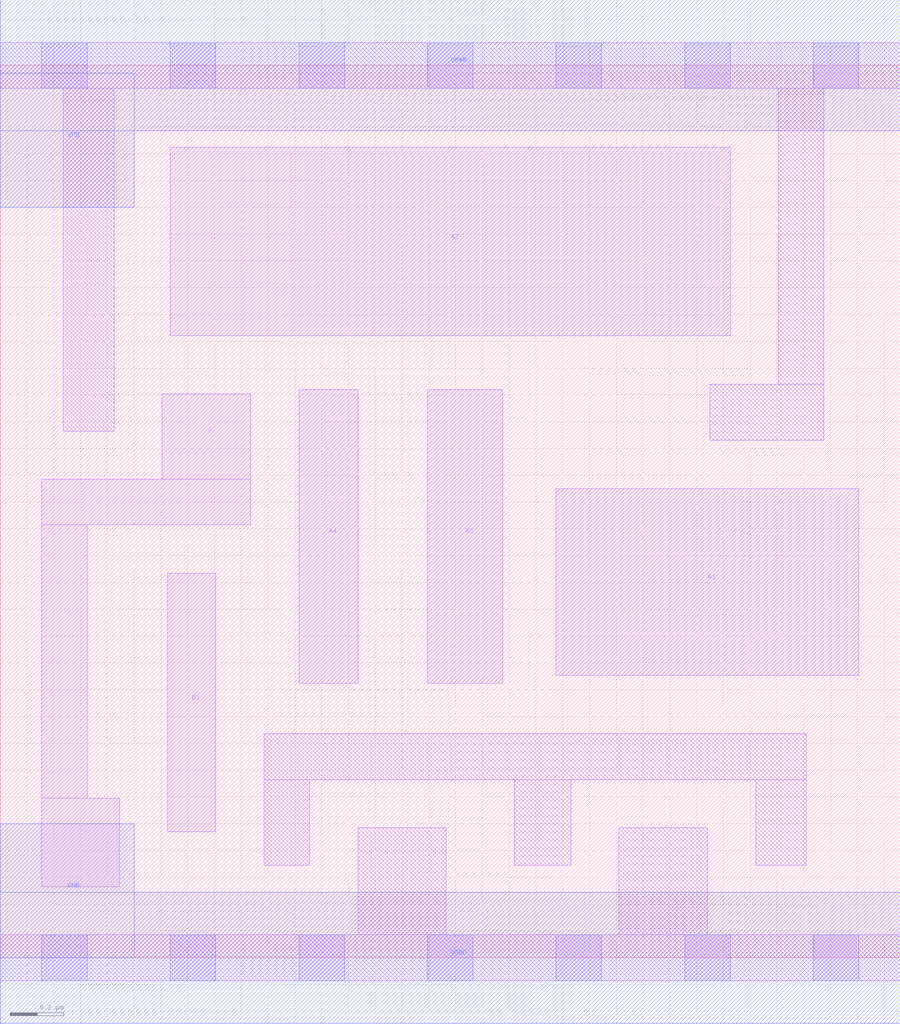
<source format=lef>
# Copyright 2020 The SkyWater PDK Authors
#
# Licensed under the Apache License, Version 2.0 (the "License");
# you may not use this file except in compliance with the License.
# You may obtain a copy of the License at
#
#     https://www.apache.org/licenses/LICENSE-2.0
#
# Unless required by applicable law or agreed to in writing, software
# distributed under the License is distributed on an "AS IS" BASIS,
# WITHOUT WARRANTIES OR CONDITIONS OF ANY KIND, either express or implied.
# See the License for the specific language governing permissions and
# limitations under the License.
#
# SPDX-License-Identifier: Apache-2.0

VERSION 5.5 ;
NAMESCASESENSITIVE ON ;
BUSBITCHARS "[]" ;
DIVIDERCHAR "/" ;
MACRO sky130_fd_sc_lp__o41ai_m
  CLASS CORE ;
  SOURCE USER ;
  ORIGIN  0.000000  0.000000 ;
  SIZE  3.360000 BY  3.330000 ;
  SYMMETRY X Y R90 ;
  SITE unit ;
  PIN A1
    ANTENNAGATEAREA  0.126000 ;
    DIRECTION INPUT ;
    USE SIGNAL ;
    PORT
      LAYER li1 ;
        RECT 2.075000 1.055000 3.205000 1.750000 ;
    END
  END A1
  PIN A2
    ANTENNAGATEAREA  0.126000 ;
    DIRECTION INPUT ;
    USE SIGNAL ;
    PORT
      LAYER li1 ;
        RECT 0.635000 2.320000 2.725000 3.025000 ;
    END
  END A2
  PIN A3
    ANTENNAGATEAREA  0.126000 ;
    DIRECTION INPUT ;
    USE SIGNAL ;
    PORT
      LAYER li1 ;
        RECT 1.595000 1.025000 1.875000 2.120000 ;
    END
  END A3
  PIN A4
    ANTENNAGATEAREA  0.126000 ;
    DIRECTION INPUT ;
    USE SIGNAL ;
    PORT
      LAYER li1 ;
        RECT 1.115000 1.025000 1.335000 2.120000 ;
    END
  END A4
  PIN B1
    ANTENNAGATEAREA  0.126000 ;
    DIRECTION INPUT ;
    USE SIGNAL ;
    PORT
      LAYER li1 ;
        RECT 0.625000 0.470000 0.805000 1.435000 ;
    END
  END B1
  PIN Y
    ANTENNADIFFAREA  0.396900 ;
    DIRECTION OUTPUT ;
    USE SIGNAL ;
    PORT
      LAYER li1 ;
        RECT 0.155000 0.265000 0.445000 0.595000 ;
        RECT 0.155000 0.595000 0.325000 1.615000 ;
        RECT 0.155000 1.615000 0.935000 1.785000 ;
        RECT 0.605000 1.785000 0.935000 2.105000 ;
    END
  END Y
  PIN VGND
    DIRECTION INOUT ;
    USE GROUND ;
    PORT
      LAYER met1 ;
        RECT 0.000000 -0.245000 3.360000 0.245000 ;
    END
  END VGND
  PIN VNB
    DIRECTION INOUT ;
    USE GROUND ;
    PORT
    END
  END VNB
  PIN VPB
    DIRECTION INOUT ;
    USE POWER ;
    PORT
    END
  END VPB
  PIN VNB
    DIRECTION INOUT ;
    USE GROUND ;
    PORT
      LAYER met1 ;
        RECT 0.000000 0.000000 0.500000 0.500000 ;
    END
  END VNB
  PIN VPB
    DIRECTION INOUT ;
    USE POWER ;
    PORT
      LAYER met1 ;
        RECT 0.000000 2.800000 0.500000 3.300000 ;
    END
  END VPB
  PIN VPWR
    DIRECTION INOUT ;
    USE POWER ;
    PORT
      LAYER met1 ;
        RECT 0.000000 3.085000 3.360000 3.575000 ;
    END
  END VPWR
  OBS
    LAYER li1 ;
      RECT 0.000000 -0.085000 3.360000 0.085000 ;
      RECT 0.000000  3.245000 3.360000 3.415000 ;
      RECT 0.235000  1.965000 0.425000 3.245000 ;
      RECT 0.985000  0.345000 1.155000 0.665000 ;
      RECT 0.985000  0.665000 3.010000 0.835000 ;
      RECT 1.335000  0.085000 1.665000 0.485000 ;
      RECT 1.920000  0.345000 2.130000 0.665000 ;
      RECT 2.310000  0.085000 2.640000 0.485000 ;
      RECT 2.650000  1.930000 3.075000 2.140000 ;
      RECT 2.820000  0.345000 3.010000 0.665000 ;
      RECT 2.905000  2.140000 3.075000 3.245000 ;
    LAYER mcon ;
      RECT 0.155000 -0.085000 0.325000 0.085000 ;
      RECT 0.155000  3.245000 0.325000 3.415000 ;
      RECT 0.635000 -0.085000 0.805000 0.085000 ;
      RECT 0.635000  3.245000 0.805000 3.415000 ;
      RECT 1.115000 -0.085000 1.285000 0.085000 ;
      RECT 1.115000  3.245000 1.285000 3.415000 ;
      RECT 1.595000 -0.085000 1.765000 0.085000 ;
      RECT 1.595000  3.245000 1.765000 3.415000 ;
      RECT 2.075000 -0.085000 2.245000 0.085000 ;
      RECT 2.075000  3.245000 2.245000 3.415000 ;
      RECT 2.555000 -0.085000 2.725000 0.085000 ;
      RECT 2.555000  3.245000 2.725000 3.415000 ;
      RECT 3.035000 -0.085000 3.205000 0.085000 ;
      RECT 3.035000  3.245000 3.205000 3.415000 ;
  END
END sky130_fd_sc_lp__o41ai_m
END LIBRARY

</source>
